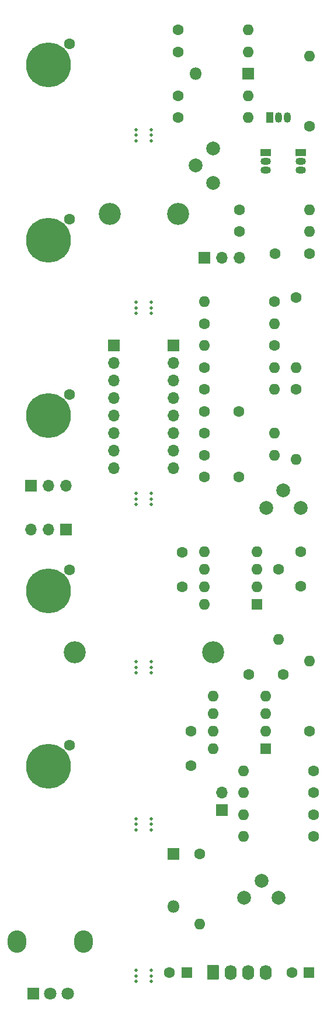
<source format=gts>
%TF.GenerationSoftware,KiCad,Pcbnew,(5.1.8-0-10_14)*%
%TF.CreationDate,2021-07-08T18:47:32+01:00*%
%TF.ProjectId,serge-r6-gate-ringmod,73657267-652d-4723-962d-676174652d72,rev?*%
%TF.SameCoordinates,Original*%
%TF.FileFunction,Soldermask,Top*%
%TF.FilePolarity,Negative*%
%FSLAX46Y46*%
G04 Gerber Fmt 4.6, Leading zero omitted, Abs format (unit mm)*
G04 Created by KiCad (PCBNEW (5.1.8-0-10_14)) date 2021-07-08 18:47:32*
%MOMM*%
%LPD*%
G01*
G04 APERTURE LIST*
%ADD10C,0.500000*%
%ADD11O,1.700000X1.700000*%
%ADD12R,1.700000X1.700000*%
%ADD13C,3.200000*%
%ADD14O,1.740000X2.190000*%
%ADD15C,1.600000*%
%ADD16O,1.600000X1.600000*%
%ADD17R,1.600000X1.600000*%
%ADD18O,2.720000X3.240000*%
%ADD19C,1.800000*%
%ADD20R,1.800000X1.800000*%
%ADD21C,2.000000*%
%ADD22R,1.500000X1.050000*%
%ADD23O,1.500000X1.050000*%
%ADD24R,1.050000X1.500000*%
%ADD25O,1.050000X1.500000*%
%ADD26C,6.500000*%
%ADD27O,1.800000X1.800000*%
G04 APERTURE END LIST*
D10*
%TO.C,mouse-bite-2.54mm-slot*%
X114257000Y-171793000D03*
X114257000Y-173393000D03*
X112057000Y-173393000D03*
X112057000Y-171793000D03*
X114257000Y-172593000D03*
X112057000Y-172593000D03*
%TD*%
%TO.C,mouse-bite-2.54mm-slot*%
X114257000Y-149822000D03*
X114257000Y-151422000D03*
X112057000Y-151422000D03*
X112057000Y-149822000D03*
X114257000Y-150622000D03*
X112057000Y-150622000D03*
%TD*%
%TO.C,mouse-bite-2.54mm-slot*%
X114257000Y-127089000D03*
X114257000Y-128689000D03*
X112057000Y-128689000D03*
X112057000Y-127089000D03*
X114257000Y-127889000D03*
X112057000Y-127889000D03*
%TD*%
%TO.C,mouse-bite-2.54mm-slot*%
X114257000Y-102705000D03*
X114257000Y-104305000D03*
X112057000Y-104305000D03*
X112057000Y-102705000D03*
X114257000Y-103505000D03*
X112057000Y-103505000D03*
%TD*%
%TO.C,mouse-bite-2.54mm-slot*%
X114257000Y-75019000D03*
X114257000Y-76619000D03*
X112057000Y-76619000D03*
X112057000Y-75019000D03*
X114257000Y-75819000D03*
X112057000Y-75819000D03*
%TD*%
%TO.C,mouse-bite-2.54mm-slot*%
X114257000Y-50000000D03*
X114257000Y-51600000D03*
X112057000Y-51600000D03*
X112057000Y-50000000D03*
X114257000Y-50800000D03*
X112057000Y-50800000D03*
%TD*%
D11*
%TO.C,J11*%
X96774000Y-107950000D03*
X99314000Y-107950000D03*
D12*
X101854000Y-107950000D03*
%TD*%
D11*
%TO.C,J10*%
X101854000Y-101600000D03*
X99314000Y-101600000D03*
D12*
X96774000Y-101600000D03*
%TD*%
D13*
%TO.C,H4*%
X108204000Y-62230000D03*
%TD*%
%TO.C,H3*%
X118110000Y-62230000D03*
%TD*%
D14*
%TO.C,J9*%
X130810000Y-172085000D03*
X128270000Y-172085000D03*
X125730000Y-172085000D03*
G36*
G01*
X122320000Y-172930001D02*
X122320000Y-171239999D01*
G75*
G02*
X122569999Y-170990000I249999J0D01*
G01*
X123810001Y-170990000D01*
G75*
G02*
X124060000Y-171239999I0J-249999D01*
G01*
X124060000Y-172930001D01*
G75*
G02*
X123810001Y-173180000I-249999J0D01*
G01*
X122569999Y-173180000D01*
G75*
G02*
X122320000Y-172930001I0J249999D01*
G01*
G37*
%TD*%
D15*
%TO.C,C9*%
X133350000Y-128905000D03*
X128350000Y-128905000D03*
%TD*%
%TO.C,C8*%
X120015000Y-142160000D03*
X120015000Y-137160000D03*
%TD*%
%TO.C,C7*%
X135890000Y-111125000D03*
X135890000Y-116125000D03*
%TD*%
%TO.C,C6*%
X118745000Y-111205000D03*
X118745000Y-116205000D03*
%TD*%
%TO.C,C3*%
X126920000Y-100330000D03*
X121920000Y-100330000D03*
%TD*%
%TO.C,C2*%
X137160000Y-67945000D03*
X132160000Y-67945000D03*
%TD*%
%TO.C,C1*%
X121920000Y-90805000D03*
X126920000Y-90805000D03*
%TD*%
D16*
%TO.C,U2*%
X121920000Y-118745000D03*
X129540000Y-111125000D03*
X121920000Y-116205000D03*
X129540000Y-113665000D03*
X121920000Y-113665000D03*
X129540000Y-116205000D03*
X121920000Y-111125000D03*
D17*
X129540000Y-118745000D03*
%TD*%
D16*
%TO.C,U1*%
X123190000Y-139700000D03*
X130810000Y-132080000D03*
X123190000Y-137160000D03*
X130810000Y-134620000D03*
X123190000Y-134620000D03*
X130810000Y-137160000D03*
X123190000Y-132080000D03*
D17*
X130810000Y-139700000D03*
%TD*%
D18*
%TO.C,RV4*%
X94794000Y-167640000D03*
X104394000Y-167640000D03*
D19*
X102094000Y-175140000D03*
X99594000Y-175140000D03*
D20*
X97094000Y-175140000D03*
%TD*%
D21*
%TO.C,RV3*%
X120690000Y-55205000D03*
X123190000Y-57705000D03*
X123190000Y-52705000D03*
%TD*%
%TO.C,RV2*%
X135890000Y-104775000D03*
X130890000Y-104775000D03*
X133390000Y-102275000D03*
%TD*%
%TO.C,RV1*%
X132715000Y-161290000D03*
X127715000Y-161290000D03*
X130215000Y-158790000D03*
%TD*%
D16*
%TO.C,R23*%
X121285000Y-165100000D03*
D15*
X121285000Y-154940000D03*
%TD*%
D16*
%TO.C,R22*%
X132080000Y-93980000D03*
D15*
X121920000Y-93980000D03*
%TD*%
D16*
%TO.C,R21*%
X132080000Y-97155000D03*
D15*
X121920000Y-97155000D03*
%TD*%
D16*
%TO.C,R20*%
X137160000Y-64770000D03*
D15*
X127000000Y-64770000D03*
%TD*%
%TO.C,R19*%
X121920000Y-78105000D03*
D16*
X132080000Y-78105000D03*
%TD*%
%TO.C,R18*%
X132715000Y-123825000D03*
D15*
X132715000Y-113665000D03*
%TD*%
D16*
%TO.C,R17*%
X137160000Y-61595000D03*
D15*
X127000000Y-61595000D03*
%TD*%
D16*
%TO.C,R16*%
X135255000Y-84455000D03*
D15*
X135255000Y-74295000D03*
%TD*%
D16*
%TO.C,R15*%
X135255000Y-97790000D03*
D15*
X135255000Y-87630000D03*
%TD*%
D16*
%TO.C,R14*%
X128270000Y-48260000D03*
D15*
X118110000Y-48260000D03*
%TD*%
D16*
%TO.C,R13*%
X128270000Y-45085000D03*
D15*
X118110000Y-45085000D03*
%TD*%
D16*
%TO.C,R12*%
X127635000Y-152400000D03*
D15*
X137795000Y-152400000D03*
%TD*%
D16*
%TO.C,R11*%
X127635000Y-149225000D03*
D15*
X137795000Y-149225000D03*
%TD*%
D16*
%TO.C,R10*%
X128270000Y-38735000D03*
D15*
X118110000Y-38735000D03*
%TD*%
D16*
%TO.C,R9*%
X127635000Y-142875000D03*
D15*
X137795000Y-142875000D03*
%TD*%
D16*
%TO.C,R8*%
X128270000Y-35560000D03*
D15*
X118110000Y-35560000D03*
%TD*%
D16*
%TO.C,R7*%
X137160000Y-127000000D03*
D15*
X137160000Y-137160000D03*
%TD*%
D16*
%TO.C,R6*%
X137160000Y-39370000D03*
D15*
X137160000Y-49530000D03*
%TD*%
D16*
%TO.C,R5*%
X132080000Y-84455000D03*
D15*
X121920000Y-84455000D03*
%TD*%
D16*
%TO.C,R4*%
X132080000Y-87630000D03*
D15*
X121920000Y-87630000D03*
%TD*%
D16*
%TO.C,R3*%
X121920000Y-74930000D03*
D15*
X132080000Y-74930000D03*
%TD*%
D16*
%TO.C,R2*%
X121920000Y-81280000D03*
D15*
X132080000Y-81280000D03*
%TD*%
D16*
%TO.C,R1*%
X127635000Y-146050000D03*
D15*
X137795000Y-146050000D03*
%TD*%
D22*
%TO.C,Q3*%
X130810000Y-53340000D03*
D23*
X130810000Y-55880000D03*
X130810000Y-54610000D03*
%TD*%
D24*
%TO.C,Q2*%
X131445000Y-48260000D03*
D25*
X133985000Y-48260000D03*
X132715000Y-48260000D03*
%TD*%
D22*
%TO.C,Q1*%
X135890000Y-53340000D03*
D23*
X135890000Y-55880000D03*
X135890000Y-54610000D03*
%TD*%
D11*
%TO.C,JP1*%
X124460000Y-146050000D03*
D12*
X124460000Y-148590000D03*
%TD*%
D11*
%TO.C,J8*%
X117475000Y-99060000D03*
X117475000Y-96520000D03*
X117475000Y-93980000D03*
X117475000Y-91440000D03*
X117475000Y-88900000D03*
X117475000Y-86360000D03*
X117475000Y-83820000D03*
D12*
X117475000Y-81280000D03*
%TD*%
D11*
%TO.C,J7*%
X108839000Y-99060000D03*
X108839000Y-96520000D03*
X108839000Y-93980000D03*
X108839000Y-91440000D03*
X108839000Y-88900000D03*
X108839000Y-86360000D03*
X108839000Y-83820000D03*
D12*
X108839000Y-81280000D03*
%TD*%
D15*
%TO.C,J6*%
X102362000Y-37592000D03*
D26*
X99314000Y-40640000D03*
%TD*%
D15*
%TO.C,J5*%
X102362000Y-62992000D03*
D26*
X99314000Y-66040000D03*
%TD*%
D11*
%TO.C,J4*%
X127000000Y-68580000D03*
X124460000Y-68580000D03*
D12*
X121920000Y-68580000D03*
%TD*%
D15*
%TO.C,J3*%
X102362000Y-113792000D03*
D26*
X99314000Y-116840000D03*
%TD*%
D15*
%TO.C,J2*%
X102362000Y-139192000D03*
D26*
X99314000Y-142240000D03*
%TD*%
D15*
%TO.C,J1*%
X102362000Y-88392000D03*
D26*
X99314000Y-91440000D03*
%TD*%
D13*
%TO.C,H2*%
X123190000Y-125730000D03*
%TD*%
%TO.C,H1*%
X103124000Y-125730000D03*
%TD*%
D27*
%TO.C,D2*%
X117475000Y-162560000D03*
D20*
X117475000Y-154940000D03*
%TD*%
D27*
%TO.C,D1*%
X120650000Y-41910000D03*
D20*
X128270000Y-41910000D03*
%TD*%
D15*
%TO.C,C5*%
X134620000Y-172085000D03*
D17*
X137120000Y-172085000D03*
%TD*%
D15*
%TO.C,C4*%
X116880000Y-172085000D03*
D17*
X119380000Y-172085000D03*
%TD*%
M02*

</source>
